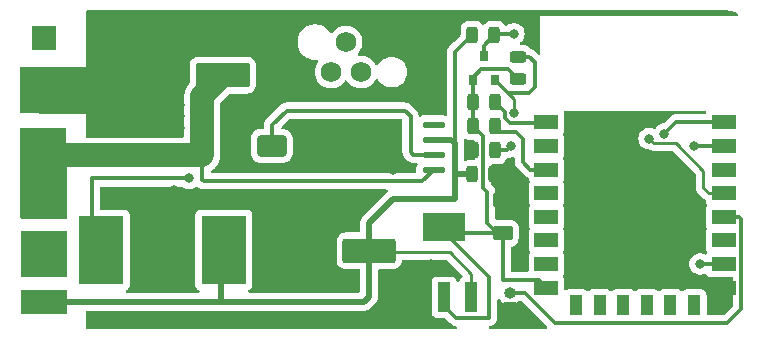
<source format=gbr>
%TF.GenerationSoftware,KiCad,Pcbnew,7.0.10*%
%TF.CreationDate,2025-01-28T16:46:30+01:00*%
%TF.ProjectId,LED_Wled,4c45445f-576c-4656-942e-6b696361645f,rev?*%
%TF.SameCoordinates,Original*%
%TF.FileFunction,Copper,L1,Top*%
%TF.FilePolarity,Positive*%
%FSLAX46Y46*%
G04 Gerber Fmt 4.6, Leading zero omitted, Abs format (unit mm)*
G04 Created by KiCad (PCBNEW 7.0.10) date 2025-01-28 16:46:30*
%MOMM*%
%LPD*%
G01*
G04 APERTURE LIST*
G04 Aperture macros list*
%AMRoundRect*
0 Rectangle with rounded corners*
0 $1 Rounding radius*
0 $2 $3 $4 $5 $6 $7 $8 $9 X,Y pos of 4 corners*
0 Add a 4 corners polygon primitive as box body*
4,1,4,$2,$3,$4,$5,$6,$7,$8,$9,$2,$3,0*
0 Add four circle primitives for the rounded corners*
1,1,$1+$1,$2,$3*
1,1,$1+$1,$4,$5*
1,1,$1+$1,$6,$7*
1,1,$1+$1,$8,$9*
0 Add four rect primitives between the rounded corners*
20,1,$1+$1,$2,$3,$4,$5,0*
20,1,$1+$1,$4,$5,$6,$7,0*
20,1,$1+$1,$6,$7,$8,$9,0*
20,1,$1+$1,$8,$9,$2,$3,0*%
G04 Aperture macros list end*
%TA.AperFunction,SMDPad,CuDef*%
%ADD10RoundRect,0.250000X-1.000000X-0.650000X1.000000X-0.650000X1.000000X0.650000X-1.000000X0.650000X0*%
%TD*%
%TA.AperFunction,ComponentPad*%
%ADD11C,1.750000*%
%TD*%
%TA.AperFunction,ComponentPad*%
%ADD12R,1.000000X1.000000*%
%TD*%
%TA.AperFunction,ComponentPad*%
%ADD13O,1.000000X1.000000*%
%TD*%
%TA.AperFunction,SMDPad,CuDef*%
%ADD14R,3.824003X5.820015*%
%TD*%
%TA.AperFunction,SMDPad,CuDef*%
%ADD15R,0.800000X0.900000*%
%TD*%
%TA.AperFunction,SMDPad,CuDef*%
%ADD16RoundRect,0.243750X-0.243750X-0.456250X0.243750X-0.456250X0.243750X0.456250X-0.243750X0.456250X0*%
%TD*%
%TA.AperFunction,SMDPad,CuDef*%
%ADD17RoundRect,0.243750X0.456250X-0.243750X0.456250X0.243750X-0.456250X0.243750X-0.456250X-0.243750X0*%
%TD*%
%TA.AperFunction,SMDPad,CuDef*%
%ADD18O,1.950216X0.568402*%
%TD*%
%TA.AperFunction,SMDPad,CuDef*%
%ADD19RoundRect,0.243750X0.243750X0.456250X-0.243750X0.456250X-0.243750X-0.456250X0.243750X-0.456250X0*%
%TD*%
%TA.AperFunction,SMDPad,CuDef*%
%ADD20R,1.100000X2.500000*%
%TD*%
%TA.AperFunction,SMDPad,CuDef*%
%ADD21R,3.600000X2.340005*%
%TD*%
%TA.AperFunction,SMDPad,CuDef*%
%ADD22RoundRect,0.250000X0.625000X-0.375000X0.625000X0.375000X-0.625000X0.375000X-0.625000X-0.375000X0*%
%TD*%
%TA.AperFunction,SMDPad,CuDef*%
%ADD23RoundRect,0.250001X2.049999X0.799999X-2.049999X0.799999X-2.049999X-0.799999X2.049999X-0.799999X0*%
%TD*%
%TA.AperFunction,SMDPad,CuDef*%
%ADD24RoundRect,0.250000X-0.375000X-0.625000X0.375000X-0.625000X0.375000X0.625000X-0.375000X0.625000X0*%
%TD*%
%TA.AperFunction,SMDPad,CuDef*%
%ADD25R,2.000000X1.200000*%
%TD*%
%TA.AperFunction,SMDPad,CuDef*%
%ADD26R,1.100000X1.700000*%
%TD*%
%TA.AperFunction,SMDPad,CuDef*%
%ADD27R,2.000000X2.000000*%
%TD*%
%TA.AperFunction,SMDPad,CuDef*%
%ADD28R,4.000000X4.000000*%
%TD*%
%TA.AperFunction,SMDPad,CuDef*%
%ADD29RoundRect,0.250001X1.999999X0.799999X-1.999999X0.799999X-1.999999X-0.799999X1.999999X-0.799999X0*%
%TD*%
%TA.AperFunction,TestPad*%
%ADD30R,4.000000X4.000000*%
%TD*%
%TA.AperFunction,TestPad*%
%ADD31R,4.000000X2.000000*%
%TD*%
%TA.AperFunction,ViaPad*%
%ADD32C,0.800000*%
%TD*%
%TA.AperFunction,Conductor*%
%ADD33C,2.000000*%
%TD*%
%TA.AperFunction,Conductor*%
%ADD34C,4.000000*%
%TD*%
%TA.AperFunction,Conductor*%
%ADD35C,0.350000*%
%TD*%
%TA.AperFunction,Conductor*%
%ADD36C,0.500000*%
%TD*%
%TA.AperFunction,Conductor*%
%ADD37C,0.250000*%
%TD*%
G04 APERTURE END LIST*
D10*
%TO.P,D1,1,K*%
%TO.N,Net-(D1-K)*%
X92750000Y-57500000D03*
%TO.P,D1,2,A*%
%TO.N,GND*%
X96750000Y-57500000D03*
%TD*%
D11*
%TO.P,J1,1,Pin_1*%
%TO.N,+3V3*%
X97770000Y-51245000D03*
%TO.P,J1,2,Pin_2*%
%TO.N,TXD*%
X99040000Y-48705000D03*
%TO.P,J1,3,Pin_3*%
%TO.N,RXD*%
X100310000Y-51245000D03*
%TO.P,J1,4,Pin_4*%
%TO.N,GND*%
X101580000Y-48705000D03*
%TD*%
D12*
%TO.P,BOOT1,1,A*%
%TO.N,GND*%
X112900000Y-71200000D03*
D13*
%TO.P,BOOT1,2,B*%
%TO.N,Net-(BOOT1-B)*%
X112900000Y-69930000D03*
%TD*%
D14*
%TO.P,L1,1,1*%
%TO.N,Net-(D1-K)*%
X78321946Y-66300000D03*
%TO.P,L1,2,2*%
%TO.N,+5V*%
X88678054Y-66300000D03*
%TD*%
D15*
%TO.P,Q1,1,G*%
%TO.N,+3V3*%
X109750000Y-51900000D03*
%TO.P,Q1,2,S*%
%TO.N,LED_OUT_LV*%
X111650000Y-51900000D03*
%TO.P,Q1,3,D*%
%TO.N,LED_OUT_HV*%
X110700000Y-49900000D03*
%TD*%
D16*
%TO.P,R1,1*%
%TO.N,+3V3*%
X109762500Y-55800000D03*
%TO.P,R1,2*%
%TO.N,Net-(U1-EN)*%
X111637500Y-55800000D03*
%TD*%
D17*
%TO.P,R4,1*%
%TO.N,+3V3*%
X113600000Y-51837500D03*
%TO.P,R4,2*%
%TO.N,LED_OUT_LV*%
X113600000Y-49962500D03*
%TD*%
D16*
%TO.P,R5,1*%
%TO.N,+5V*%
X109725000Y-48100000D03*
%TO.P,R5,2*%
%TO.N,LED_OUT_HV*%
X111600000Y-48100000D03*
%TD*%
D18*
%TO.P,U2,1,VIN*%
%TO.N,VIN*%
X106455105Y-59505004D03*
%TO.P,U2,2,OUTPUT*%
%TO.N,Net-(D1-K)*%
X106455105Y-58235001D03*
%TO.P,U2,3,FB*%
%TO.N,+5V*%
X106455105Y-56964999D03*
%TO.P,U2,4,ON/OFF*%
%TO.N,unconnected-(U2-ON{slash}OFF-Pad4)*%
X106455105Y-55694996D03*
%TO.P,U2,5,GND*%
%TO.N,GND*%
X101044895Y-55694996D03*
%TO.P,U2,6,GND*%
X101044895Y-56964999D03*
%TO.P,U2,7,GND*%
X101044895Y-58235001D03*
%TO.P,U2,8,GND*%
X101044895Y-59505004D03*
%TD*%
D19*
%TO.P,R2,1*%
%TO.N,Net-(U1-RESET)*%
X111637500Y-53750000D03*
%TO.P,R2,2*%
%TO.N,+3V3*%
X109762500Y-53750000D03*
%TD*%
D20*
%TO.P,U3,1,GND*%
%TO.N,GND*%
X105050025Y-70319952D03*
%TO.P,U3,2,VOUT*%
%TO.N,+3V3*%
X107350000Y-70319952D03*
%TO.P,U3,3,VIN*%
%TO.N,+5V*%
X109649975Y-70319952D03*
D21*
%TO.P,U3,4,VOUT*%
%TO.N,+3V3*%
X107350000Y-64380023D03*
%TD*%
D22*
%TO.P,C5,1*%
%TO.N,+3V3*%
X112300000Y-64900000D03*
%TO.P,C5,2*%
%TO.N,GND*%
X112300000Y-62100000D03*
%TD*%
D16*
%TO.P,C4,1*%
%TO.N,+5V*%
X109725000Y-59900000D03*
%TO.P,C4,2*%
%TO.N,GND*%
X111600000Y-59900000D03*
%TD*%
D23*
%TO.P,C2,1*%
%TO.N,VIN*%
X88600000Y-51500000D03*
%TO.P,C2,2*%
%TO.N,GND*%
X79800000Y-51500000D03*
%TD*%
D19*
%TO.P,R3,1*%
%TO.N,Net-(U1-IO15)*%
X111637500Y-57850000D03*
%TO.P,R3,2*%
%TO.N,GND*%
X109762500Y-57850000D03*
%TD*%
D24*
%TO.P,C3,1*%
%TO.N,VIN*%
X86850000Y-58300000D03*
%TO.P,C3,2*%
%TO.N,GND*%
X89650000Y-58300000D03*
%TD*%
D25*
%TO.P,U1,1,RESET*%
%TO.N,Net-(U1-RESET)*%
X116000000Y-55500000D03*
%TO.P,U1,2,ADC*%
%TO.N,unconnected-(U1-ADC-Pad2)*%
X116000000Y-57500000D03*
%TO.P,U1,3,EN*%
%TO.N,Net-(U1-EN)*%
X116000000Y-59500000D03*
%TO.P,U1,4,IO16*%
%TO.N,unconnected-(U1-IO16-Pad4)*%
X116000000Y-61500000D03*
%TO.P,U1,5,IO14*%
%TO.N,unconnected-(U1-IO14-Pad5)*%
X116000000Y-63500000D03*
%TO.P,U1,6,IO12*%
%TO.N,unconnected-(U1-IO12-Pad6)*%
X116000000Y-65500000D03*
%TO.P,U1,7,IO13*%
%TO.N,unconnected-(U1-IO13-Pad7)*%
X116000000Y-67500000D03*
%TO.P,U1,8,VCC*%
%TO.N,+3V3*%
X116000000Y-69500000D03*
D26*
%TO.P,U1,9,CS0*%
%TO.N,unconnected-(U1-CS0-Pad9)*%
X118500000Y-71000000D03*
%TO.P,U1,10,MISO*%
%TO.N,unconnected-(U1-MISO-Pad10)*%
X120500000Y-71000000D03*
%TO.P,U1,11,IO9*%
%TO.N,unconnected-(U1-IO9-Pad11)*%
X122500000Y-71000000D03*
%TO.P,U1,12,IO10*%
%TO.N,unconnected-(U1-IO10-Pad12)*%
X124500000Y-71000000D03*
%TO.P,U1,13,MOSI*%
%TO.N,unconnected-(U1-MOSI-Pad13)*%
X126500000Y-71000000D03*
%TO.P,U1,14,SCLK*%
%TO.N,unconnected-(U1-SCLK-Pad14)*%
X128500000Y-71000000D03*
D25*
%TO.P,U1,15,GND*%
%TO.N,GND*%
X131000000Y-69500000D03*
%TO.P,U1,16,IO15*%
%TO.N,Net-(U1-IO15)*%
X131000000Y-67500000D03*
%TO.P,U1,17,IO2*%
%TO.N,unconnected-(U1-IO2-Pad17)*%
X131000000Y-65500000D03*
%TO.P,U1,18,IO0*%
%TO.N,Net-(BOOT1-B)*%
X131000000Y-63500000D03*
%TO.P,U1,19,IO4*%
%TO.N,LED_OUT_LV*%
X131000000Y-61500000D03*
%TO.P,U1,20,IO5*%
%TO.N,unconnected-(U1-IO5-Pad20)*%
X131000000Y-59500000D03*
%TO.P,U1,21,RXD*%
%TO.N,RXD*%
X131000000Y-57500000D03*
%TO.P,U1,22,TXD*%
%TO.N,TXD*%
X131000000Y-55500000D03*
%TD*%
D27*
%TO.P,J3,1,Pin_1*%
%TO.N,LED_OUT_HV*%
X73475000Y-48325000D03*
%TD*%
D28*
%TO.P,J2,1,Pin_1*%
%TO.N,VIN*%
X73400000Y-57950000D03*
%TD*%
D29*
%TO.P,C1,1*%
%TO.N,+5V*%
X101000000Y-66375000D03*
%TO.P,C1,2*%
%TO.N,GND*%
X93800000Y-66375000D03*
%TD*%
D28*
%TO.P,J4,1,Pin_1*%
%TO.N,GND*%
X73400000Y-52775000D03*
%TD*%
D30*
%TO.P,JP1,1,A*%
%TO.N,VIN_S*%
X73450000Y-66675000D03*
D31*
%TO.P,JP1,2,C*%
%TO.N,VIN*%
X73450000Y-62675000D03*
%TO.P,JP1,3,B*%
%TO.N,+5V*%
X73450000Y-70675000D03*
%TD*%
D32*
%TO.N,GND*%
X96500000Y-56250000D03*
X123500000Y-63500000D03*
X92000000Y-47000000D03*
X127500000Y-61500000D03*
X96500000Y-58750000D03*
X83000000Y-52000000D03*
X84000000Y-53000000D03*
X102750000Y-70500000D03*
X85000000Y-56000000D03*
X127500000Y-63500000D03*
X83000000Y-62000000D03*
X98600000Y-58750000D03*
X119500000Y-59500000D03*
X119500000Y-61500000D03*
X114000000Y-61500000D03*
X109750000Y-57750000D03*
X103000000Y-59500000D03*
X84000000Y-54000000D03*
X84000000Y-52000000D03*
X103500000Y-68750000D03*
X81500000Y-65500000D03*
X106250000Y-67500000D03*
X79900000Y-55100000D03*
X81500000Y-67500000D03*
X83000000Y-55000000D03*
X84000000Y-56000000D03*
X84500000Y-61250000D03*
X127500000Y-65500000D03*
X114000000Y-65500000D03*
X91500000Y-63500000D03*
X98600000Y-56300000D03*
X83000000Y-54000000D03*
X97000000Y-63500000D03*
X91500000Y-67500000D03*
X81500000Y-63500000D03*
X94725000Y-58725000D03*
X85000000Y-54000000D03*
X123500000Y-61500000D03*
X119500000Y-67500000D03*
X84000000Y-55000000D03*
X85000000Y-55000000D03*
X79900000Y-56100000D03*
X94725000Y-56275000D03*
X123500000Y-67500000D03*
X123500000Y-59500000D03*
X98000000Y-69250000D03*
X97000000Y-65500000D03*
X91500000Y-65500000D03*
X113000000Y-59500000D03*
X83000000Y-56000000D03*
X94500000Y-65500000D03*
X83000000Y-53000000D03*
X103000000Y-57000000D03*
X85000000Y-52000000D03*
X127500000Y-59500000D03*
X103750000Y-70250000D03*
X123500000Y-65500000D03*
X114000000Y-67500000D03*
X94500000Y-67500000D03*
X119500000Y-63500000D03*
X103000000Y-58250000D03*
X119500000Y-65500000D03*
X127500000Y-67500000D03*
X79900000Y-54100000D03*
X94750000Y-68750000D03*
X94500000Y-63500000D03*
X85000000Y-53000000D03*
X114000000Y-63500000D03*
X104750000Y-67750000D03*
X90000000Y-47000000D03*
X103000000Y-55750000D03*
%TO.N,+3V3*%
X109762500Y-55800000D03*
%TO.N,RXD*%
X128500000Y-57500000D03*
%TO.N,TXD*%
X126000000Y-56500000D03*
%TO.N,Net-(D1-K)*%
X92750000Y-57500000D03*
X85750000Y-60250000D03*
%TO.N,LED_OUT_HV*%
X113250000Y-48000000D03*
X73475000Y-48325000D03*
%TO.N,LED_OUT_LV*%
X113249958Y-54746943D03*
X124701260Y-56875032D03*
%TO.N,Net-(U1-IO15)*%
X129000000Y-67500000D03*
X113000000Y-57500000D03*
%TD*%
D33*
%TO.N,GND*%
X79900000Y-54100000D02*
X79900000Y-52200000D01*
X79900000Y-55100000D02*
X79900000Y-54100000D01*
D34*
X73400000Y-52775000D02*
X79325000Y-52775000D01*
D35*
X109762500Y-57762500D02*
X109750000Y-57750000D01*
D34*
X79325000Y-52775000D02*
X79900000Y-52200000D01*
D35*
X109762500Y-57850000D02*
X109762500Y-57762500D01*
%TO.N,+3V3*%
X110625010Y-56662510D02*
X110625010Y-61020008D01*
X108380048Y-72050000D02*
X107350000Y-71019952D01*
X110625010Y-61020008D02*
X111000000Y-61394998D01*
X109750000Y-51750000D02*
X110500000Y-51000000D01*
X112762500Y-51000000D02*
X113600000Y-51837500D01*
X110500000Y-51000000D02*
X112762500Y-51000000D01*
X115350000Y-68850000D02*
X116000000Y-69500000D01*
X112300000Y-64900000D02*
X112300000Y-68800000D01*
X109762500Y-55800000D02*
X110625010Y-56662510D01*
X111000000Y-64050000D02*
X111850000Y-64900000D01*
X111850000Y-64900000D02*
X112300000Y-64900000D01*
X111000000Y-61394998D02*
X111000000Y-64050000D01*
X107350000Y-71019952D02*
X107350000Y-70319952D01*
X107350000Y-64825000D02*
X111150000Y-68625000D01*
X109750000Y-51900000D02*
X109750000Y-51750000D01*
X111150000Y-68625000D02*
X111150000Y-72050000D01*
X109750000Y-55787500D02*
X109762500Y-55800000D01*
X107350000Y-64380023D02*
X107350000Y-64825000D01*
X112300000Y-64900000D02*
X107869977Y-64900000D01*
X112350000Y-68850000D02*
X115350000Y-68850000D01*
X111150000Y-72050000D02*
X108380048Y-72050000D01*
X109750000Y-51900000D02*
X109750000Y-55787500D01*
X107869977Y-64900000D02*
X107350000Y-64380023D01*
X112300000Y-68800000D02*
X112350000Y-68850000D01*
D33*
%TO.N,VIN*%
X73400000Y-62625000D02*
X73450000Y-62675000D01*
X86850000Y-58300000D02*
X73750000Y-58300000D01*
D35*
X107225000Y-59505000D02*
X106455109Y-59505000D01*
X86850000Y-60350000D02*
X86850000Y-58300000D01*
D33*
X73750000Y-58300000D02*
X73400000Y-57950000D01*
X88600000Y-51500000D02*
X86850000Y-53250000D01*
X86850000Y-53250000D02*
X86850000Y-58300000D01*
D35*
X105460109Y-60500000D02*
X87000000Y-60500000D01*
X106455109Y-59505000D02*
X105460109Y-60500000D01*
X87000000Y-60500000D02*
X86850000Y-60350000D01*
%TO.N,RXD*%
X128500000Y-57500000D02*
X131000000Y-57500000D01*
%TO.N,TXD*%
X126000000Y-56500000D02*
X127000000Y-55500000D01*
X127000000Y-55500000D02*
X131000000Y-55500000D01*
%TO.N,Net-(BOOT1-B)*%
X112900000Y-69930000D02*
X114154998Y-69930000D01*
X116724998Y-72500000D02*
X131300000Y-72500000D01*
X131300000Y-72500000D02*
X132500000Y-71300000D01*
X114154998Y-69930000D02*
X116724998Y-72500000D01*
X132350000Y-63500000D02*
X131000000Y-63500000D01*
X132500000Y-63650000D02*
X132350000Y-63500000D01*
X132500000Y-71300000D02*
X132500000Y-63650000D01*
%TO.N,Net-(D1-K)*%
X94000000Y-54500000D02*
X104000000Y-54500000D01*
X92750000Y-57500000D02*
X92750000Y-55750000D01*
X85750000Y-60250000D02*
X77500000Y-60250000D01*
X104735000Y-58235000D02*
X107225000Y-58235000D01*
X77500000Y-65150000D02*
X78050000Y-65700000D01*
X104500000Y-58000000D02*
X104735000Y-58235000D01*
X77500000Y-60250000D02*
X77500000Y-65150000D01*
X104500000Y-55000000D02*
X104500000Y-58000000D01*
X104000000Y-54500000D02*
X104500000Y-55000000D01*
X92750000Y-55750000D02*
X94000000Y-54500000D01*
D36*
%TO.N,+5V*%
X101000000Y-66375000D02*
X101000000Y-64000000D01*
X88450000Y-70475000D02*
X88450000Y-66300000D01*
D35*
X109725000Y-60275000D02*
X109725000Y-59900000D01*
D36*
X88250000Y-70675000D02*
X88450000Y-70475000D01*
X108250000Y-59750000D02*
X108250000Y-57250000D01*
D35*
X108250000Y-49575000D02*
X108250000Y-57250000D01*
D37*
X109649975Y-70319952D02*
X109649975Y-68299975D01*
D36*
X101000000Y-66375000D02*
X101000000Y-70250000D01*
X109725000Y-59900000D02*
X108400000Y-59900000D01*
X107964999Y-56964999D02*
X106455105Y-56964999D01*
X73450000Y-70675000D02*
X88250000Y-70675000D01*
X103000000Y-62000000D02*
X108250000Y-62000000D01*
D37*
X107850000Y-66500000D02*
X100750000Y-66500000D01*
D36*
X101000000Y-64000000D02*
X103000000Y-62000000D01*
D35*
X109725000Y-48100000D02*
X108250000Y-49575000D01*
D36*
X101000000Y-70250000D02*
X100575000Y-70675000D01*
D37*
X109649975Y-68299975D02*
X107850000Y-66500000D01*
D36*
X108250000Y-62000000D02*
X108250000Y-59750000D01*
X108250000Y-57250000D02*
X107964999Y-56964999D01*
X108400000Y-59900000D02*
X108250000Y-59750000D01*
X100575000Y-70675000D02*
X73450000Y-70675000D01*
D35*
%TO.N,LED_OUT_HV*%
X110700000Y-49000000D02*
X111600000Y-48100000D01*
X110700000Y-49900000D02*
X110700000Y-49000000D01*
X113250000Y-48000000D02*
X111700000Y-48000000D01*
X111700000Y-48000000D02*
X111600000Y-48100000D01*
D37*
%TO.N,LED_OUT_LV*%
X126975031Y-57275031D02*
X125101259Y-57275031D01*
X129286501Y-59586501D02*
X126975031Y-57275031D01*
D35*
X114500000Y-53000000D02*
X115000000Y-52500000D01*
X115000000Y-50431250D02*
X114531250Y-49962500D01*
D37*
X129286501Y-61036501D02*
X129286501Y-59586501D01*
X112750000Y-53000000D02*
X113249958Y-53499958D01*
X131000000Y-61500000D02*
X129750000Y-61500000D01*
X125101259Y-57275031D02*
X124701260Y-56875032D01*
X129750000Y-61500000D02*
X129286501Y-61036501D01*
D35*
X114531250Y-49962500D02*
X113600000Y-49962500D01*
X111650000Y-51900000D02*
X112750000Y-53000000D01*
X112750000Y-53000000D02*
X114500000Y-53000000D01*
D37*
X113249958Y-53499958D02*
X113249958Y-54746943D01*
D35*
X115000000Y-52500000D02*
X115000000Y-50431250D01*
%TO.N,Net-(U1-EN)*%
X111637500Y-55800000D02*
X112123027Y-56285527D01*
X114650000Y-59500000D02*
X116000000Y-59500000D01*
X113413716Y-56285527D02*
X114000000Y-56871811D01*
X114000000Y-58850000D02*
X114650000Y-59500000D01*
X112123027Y-56285527D02*
X113413716Y-56285527D01*
X114000000Y-56871811D02*
X114000000Y-58850000D01*
%TO.N,Net-(U1-RESET)*%
X112474956Y-55118945D02*
X112877956Y-55521945D01*
X112877956Y-55521945D02*
X115978055Y-55521945D01*
X115978055Y-55521945D02*
X116000000Y-55500000D01*
X112474956Y-54587456D02*
X112474956Y-55118945D01*
X111637500Y-53750000D02*
X112474956Y-54587456D01*
%TO.N,Net-(U1-IO15)*%
X112650000Y-57850000D02*
X113000000Y-57500000D01*
X111637500Y-57850000D02*
X112650000Y-57850000D01*
X129000000Y-67500000D02*
X131000000Y-67500000D01*
%TD*%
%TA.AperFunction,Conductor*%
%TO.N,GND*%
G36*
X112042012Y-70477097D02*
G01*
X112056899Y-70492387D01*
X112057404Y-70493002D01*
X112057405Y-70493004D01*
X112183432Y-70646568D01*
X112336996Y-70772595D01*
X112512196Y-70866241D01*
X112702299Y-70923908D01*
X112702303Y-70923908D01*
X112702305Y-70923909D01*
X112899997Y-70943380D01*
X112900000Y-70943380D01*
X112900003Y-70943380D01*
X113097694Y-70923909D01*
X113097695Y-70923908D01*
X113097701Y-70923908D01*
X113287804Y-70866241D01*
X113463004Y-70772595D01*
X113616568Y-70646568D01*
X113616568Y-70646567D01*
X113621353Y-70642641D01*
X113623085Y-70644751D01*
X113675044Y-70616379D01*
X113701827Y-70613500D01*
X113819693Y-70613500D01*
X113887814Y-70633502D01*
X113908788Y-70650405D01*
X116027115Y-72768732D01*
X116061141Y-72831044D01*
X116056076Y-72901859D01*
X116013529Y-72958695D01*
X115947009Y-72983506D01*
X115937993Y-72983827D01*
X111259056Y-72982839D01*
X111190940Y-72962823D01*
X111144458Y-72909157D01*
X111134369Y-72838881D01*
X111163876Y-72774306D01*
X111223610Y-72735935D01*
X111228929Y-72734500D01*
X111232986Y-72733500D01*
X111232992Y-72733500D01*
X111266046Y-72725352D01*
X111280983Y-72722615D01*
X111314774Y-72718513D01*
X111346604Y-72706440D01*
X111361102Y-72701922D01*
X111394153Y-72693777D01*
X111424285Y-72677961D01*
X111438144Y-72671723D01*
X111469971Y-72659654D01*
X111497970Y-72640326D01*
X111510987Y-72632457D01*
X111541124Y-72616641D01*
X111566599Y-72594071D01*
X111578558Y-72584702D01*
X111606573Y-72565365D01*
X111629136Y-72539894D01*
X111639894Y-72529136D01*
X111665365Y-72506573D01*
X111684702Y-72478558D01*
X111694075Y-72466595D01*
X111716641Y-72441124D01*
X111732457Y-72410987D01*
X111740326Y-72397970D01*
X111759654Y-72369971D01*
X111771723Y-72338144D01*
X111777963Y-72324283D01*
X111793775Y-72294156D01*
X111793776Y-72294154D01*
X111793777Y-72294153D01*
X111801922Y-72261102D01*
X111806440Y-72246604D01*
X111818513Y-72214774D01*
X111822615Y-72180983D01*
X111825354Y-72166036D01*
X111833500Y-72132992D01*
X111833500Y-71967008D01*
X111833500Y-70572321D01*
X111853502Y-70504200D01*
X111907158Y-70457707D01*
X111977432Y-70447603D01*
X112042012Y-70477097D01*
G37*
%TD.AperFunction*%
%TA.AperFunction,Conductor*%
G36*
X107603527Y-67153502D02*
G01*
X107624501Y-67170405D01*
X108876656Y-68422560D01*
X108910682Y-68484872D01*
X108905617Y-68555687D01*
X108863070Y-68612523D01*
X108859083Y-68615085D01*
X108736713Y-68706690D01*
X108649087Y-68823744D01*
X108649086Y-68823747D01*
X108618042Y-68906978D01*
X108575495Y-68963813D01*
X108508974Y-68988623D01*
X108439600Y-68973531D01*
X108389399Y-68923328D01*
X108381937Y-68906990D01*
X108350889Y-68823748D01*
X108350886Y-68823744D01*
X108350886Y-68823743D01*
X108263261Y-68706690D01*
X108146207Y-68619064D01*
X108146202Y-68619062D01*
X108009204Y-68567963D01*
X108009196Y-68567961D01*
X107948649Y-68561452D01*
X107948638Y-68561452D01*
X106751362Y-68561452D01*
X106751350Y-68561452D01*
X106690803Y-68567961D01*
X106690795Y-68567963D01*
X106553797Y-68619062D01*
X106553792Y-68619064D01*
X106436738Y-68706690D01*
X106349112Y-68823744D01*
X106349110Y-68823749D01*
X106298011Y-68960747D01*
X106298009Y-68960755D01*
X106291500Y-69021302D01*
X106291500Y-71618601D01*
X106298009Y-71679148D01*
X106298011Y-71679156D01*
X106349110Y-71816154D01*
X106349112Y-71816159D01*
X106436738Y-71933213D01*
X106553792Y-72020839D01*
X106553794Y-72020840D01*
X106553796Y-72020841D01*
X106612875Y-72042876D01*
X106690795Y-72071940D01*
X106690803Y-72071942D01*
X106751350Y-72078451D01*
X106751355Y-72078451D01*
X106751362Y-72078452D01*
X107389695Y-72078452D01*
X107457816Y-72098454D01*
X107478790Y-72115357D01*
X107879435Y-72516002D01*
X107884652Y-72521543D01*
X107923475Y-72565365D01*
X107923476Y-72565366D01*
X107971640Y-72598611D01*
X107977770Y-72603122D01*
X108023848Y-72639222D01*
X108023850Y-72639223D01*
X108032451Y-72643094D01*
X108052316Y-72654297D01*
X108060078Y-72659655D01*
X108114809Y-72680411D01*
X108121832Y-72683319D01*
X108175211Y-72707344D01*
X108184483Y-72709043D01*
X108206450Y-72715166D01*
X108215274Y-72718513D01*
X108273401Y-72725570D01*
X108280891Y-72726710D01*
X108311260Y-72732276D01*
X108374659Y-72764230D01*
X108410718Y-72825387D01*
X108407989Y-72896331D01*
X108367338Y-72954538D01*
X108301671Y-72981527D01*
X108288520Y-72982212D01*
X77125973Y-72975634D01*
X77057857Y-72955618D01*
X77011375Y-72901952D01*
X77000000Y-72849634D01*
X77000000Y-71559500D01*
X77020002Y-71491379D01*
X77073658Y-71444886D01*
X77126000Y-71433500D01*
X88185559Y-71433500D01*
X88203819Y-71434830D01*
X88209489Y-71435660D01*
X88227789Y-71438341D01*
X88277646Y-71433978D01*
X88288627Y-71433500D01*
X100510559Y-71433500D01*
X100528819Y-71434830D01*
X100534489Y-71435660D01*
X100552789Y-71438341D01*
X100602646Y-71433978D01*
X100613627Y-71433500D01*
X100619175Y-71433500D01*
X100619180Y-71433500D01*
X100650287Y-71429863D01*
X100653889Y-71429495D01*
X100729426Y-71422887D01*
X100729430Y-71422885D01*
X100736618Y-71421402D01*
X100736631Y-71421468D01*
X100743987Y-71419836D01*
X100743972Y-71419771D01*
X100751102Y-71418080D01*
X100751113Y-71418079D01*
X100822400Y-71392132D01*
X100825769Y-71390961D01*
X100897738Y-71367114D01*
X100897747Y-71367108D01*
X100904389Y-71364012D01*
X100904418Y-71364074D01*
X100911203Y-71360789D01*
X100911173Y-71360729D01*
X100917724Y-71357437D01*
X100917732Y-71357435D01*
X100981091Y-71315761D01*
X100984161Y-71313806D01*
X100985416Y-71313032D01*
X101048651Y-71274030D01*
X101048659Y-71274021D01*
X101054408Y-71269477D01*
X101054450Y-71269531D01*
X101060289Y-71264775D01*
X101060246Y-71264723D01*
X101065864Y-71260007D01*
X101065874Y-71260001D01*
X101117961Y-71204790D01*
X101120448Y-71202231D01*
X101490778Y-70831901D01*
X101504617Y-70819941D01*
X101524058Y-70805469D01*
X101556227Y-70767130D01*
X101563645Y-70759034D01*
X101567581Y-70755100D01*
X101587025Y-70730507D01*
X101589265Y-70727757D01*
X101638032Y-70669640D01*
X101638033Y-70669636D01*
X101638036Y-70669634D01*
X101642070Y-70663502D01*
X101642127Y-70663539D01*
X101646171Y-70657191D01*
X101646112Y-70657155D01*
X101649965Y-70650907D01*
X101649967Y-70650905D01*
X101682035Y-70582132D01*
X101683557Y-70578989D01*
X101717609Y-70511188D01*
X101717609Y-70511184D01*
X101717611Y-70511182D01*
X101720119Y-70504291D01*
X101720184Y-70504314D01*
X101722658Y-70497197D01*
X101722594Y-70497176D01*
X101724903Y-70490207D01*
X101740238Y-70415936D01*
X101741022Y-70412397D01*
X101758500Y-70338656D01*
X101758500Y-70338655D01*
X101759352Y-70331368D01*
X101759419Y-70331375D01*
X101760185Y-70323877D01*
X101760119Y-70323872D01*
X101760757Y-70316565D01*
X101760759Y-70316558D01*
X101758553Y-70240740D01*
X101758500Y-70237076D01*
X101758500Y-68059500D01*
X101778502Y-67991379D01*
X101832158Y-67944886D01*
X101884500Y-67933500D01*
X103050552Y-67933500D01*
X103119798Y-67926424D01*
X103154425Y-67922887D01*
X103322738Y-67867115D01*
X103473651Y-67774030D01*
X103599030Y-67648651D01*
X103692115Y-67497738D01*
X103747887Y-67329425D01*
X103751039Y-67298567D01*
X103756340Y-67246693D01*
X103783162Y-67180958D01*
X103841266Y-67140160D01*
X103881687Y-67133500D01*
X107535406Y-67133500D01*
X107603527Y-67153502D01*
G37*
%TD.AperFunction*%
%TA.AperFunction,Conductor*%
G36*
X129493121Y-54520002D02*
G01*
X129539614Y-54573658D01*
X129549718Y-54643932D01*
X129543056Y-54670029D01*
X129522324Y-54725615D01*
X129518997Y-54734534D01*
X129476450Y-54791369D01*
X129409929Y-54816179D01*
X129400942Y-54816500D01*
X127024459Y-54816500D01*
X127016852Y-54816270D01*
X126958425Y-54812735D01*
X126900858Y-54823285D01*
X126893336Y-54824430D01*
X126835230Y-54831485D01*
X126830381Y-54833324D01*
X126826397Y-54834835D01*
X126804440Y-54840955D01*
X126799862Y-54841794D01*
X126795162Y-54842656D01*
X126741788Y-54866677D01*
X126734760Y-54869588D01*
X126680030Y-54890345D01*
X126680025Y-54890347D01*
X126672255Y-54895710D01*
X126652408Y-54906903D01*
X126643807Y-54910774D01*
X126643803Y-54910776D01*
X126643803Y-54910777D01*
X126607351Y-54939335D01*
X126597724Y-54946877D01*
X126591597Y-54951385D01*
X126543425Y-54984636D01*
X126504612Y-55028446D01*
X126499397Y-55033986D01*
X125977825Y-55555559D01*
X125915512Y-55589584D01*
X125907343Y-55590898D01*
X125717711Y-55631206D01*
X125543247Y-55708882D01*
X125388744Y-55821135D01*
X125260965Y-55963048D01*
X125260961Y-55963055D01*
X125241123Y-55997414D01*
X125189739Y-56046406D01*
X125120025Y-56059840D01*
X125080758Y-56049518D01*
X124983548Y-56006238D01*
X124796747Y-55966532D01*
X124605773Y-55966532D01*
X124418971Y-56006238D01*
X124244507Y-56083914D01*
X124090004Y-56196167D01*
X123962225Y-56338080D01*
X123962218Y-56338090D01*
X123866736Y-56503470D01*
X123866733Y-56503476D01*
X123856602Y-56534656D01*
X123807717Y-56685104D01*
X123787756Y-56875032D01*
X123807717Y-57064959D01*
X123830313Y-57134499D01*
X123866733Y-57246588D01*
X123881529Y-57272216D01*
X123962218Y-57411973D01*
X123962225Y-57411983D01*
X124090004Y-57553896D01*
X124090007Y-57553898D01*
X124244508Y-57666150D01*
X124418972Y-57743826D01*
X124605773Y-57783532D01*
X124678880Y-57783532D01*
X124739566Y-57799109D01*
X124743675Y-57801368D01*
X124760212Y-57812229D01*
X124776218Y-57824645D01*
X124816801Y-57842206D01*
X124827452Y-57847424D01*
X124866199Y-57868726D01*
X124866207Y-57868728D01*
X124885817Y-57873763D01*
X124904526Y-57880168D01*
X124923114Y-57888212D01*
X124966789Y-57895129D01*
X124978400Y-57897533D01*
X125021229Y-57908531D01*
X125041483Y-57908531D01*
X125061193Y-57910082D01*
X125063400Y-57910431D01*
X125081202Y-57913251D01*
X125125220Y-57909089D01*
X125137078Y-57908531D01*
X126660437Y-57908531D01*
X126728558Y-57928533D01*
X126749532Y-57945436D01*
X128616096Y-59812000D01*
X128650122Y-59874312D01*
X128653001Y-59901095D01*
X128653001Y-60952647D01*
X128651252Y-60968489D01*
X128651545Y-60968517D01*
X128650799Y-60976408D01*
X128652939Y-61044485D01*
X128653001Y-61048444D01*
X128653001Y-61076352D01*
X128653002Y-61076370D01*
X128653508Y-61080378D01*
X128654438Y-61092197D01*
X128655827Y-61136389D01*
X128655828Y-61136394D01*
X128661478Y-61155840D01*
X128665487Y-61175198D01*
X128668026Y-61195294D01*
X128668027Y-61195301D01*
X128684301Y-61236404D01*
X128688145Y-61247630D01*
X128700483Y-61290094D01*
X128710795Y-61307532D01*
X128719489Y-61325280D01*
X128726945Y-61344110D01*
X128726951Y-61344121D01*
X128752933Y-61379882D01*
X128759450Y-61389802D01*
X128781959Y-61427863D01*
X128781960Y-61427864D01*
X128781962Y-61427867D01*
X128796280Y-61442185D01*
X128809118Y-61457215D01*
X128821027Y-61473605D01*
X128821031Y-61473610D01*
X128855099Y-61501793D01*
X128863879Y-61509783D01*
X129242753Y-61888657D01*
X129252720Y-61901097D01*
X129252947Y-61900910D01*
X129257999Y-61907017D01*
X129307666Y-61953657D01*
X129310510Y-61956414D01*
X129330230Y-61976134D01*
X129333416Y-61978605D01*
X129342447Y-61986318D01*
X129374678Y-62016585D01*
X129374682Y-62016588D01*
X129392430Y-62026345D01*
X129408957Y-62037201D01*
X129424953Y-62049609D01*
X129424955Y-62049610D01*
X129424960Y-62049614D01*
X129424965Y-62049616D01*
X129430255Y-62052744D01*
X129478711Y-62104633D01*
X129491402Y-62147734D01*
X129498009Y-62209196D01*
X129498011Y-62209204D01*
X129549110Y-62346202D01*
X129549113Y-62346207D01*
X129607715Y-62424491D01*
X129632526Y-62491011D01*
X129617434Y-62560386D01*
X129607715Y-62575509D01*
X129549113Y-62653792D01*
X129549110Y-62653797D01*
X129498011Y-62790795D01*
X129498009Y-62790803D01*
X129491500Y-62851350D01*
X129491500Y-64148649D01*
X129498009Y-64209196D01*
X129498011Y-64209204D01*
X129549110Y-64346202D01*
X129549113Y-64346207D01*
X129607715Y-64424491D01*
X129632526Y-64491011D01*
X129617434Y-64560386D01*
X129607715Y-64575509D01*
X129549113Y-64653792D01*
X129549110Y-64653797D01*
X129498011Y-64790795D01*
X129498009Y-64790803D01*
X129491500Y-64851350D01*
X129491500Y-66148649D01*
X129498009Y-66209196D01*
X129498011Y-66209204D01*
X129549110Y-66346202D01*
X129549113Y-66346207D01*
X129607715Y-66424491D01*
X129632526Y-66491011D01*
X129617434Y-66560386D01*
X129607715Y-66575509D01*
X129555353Y-66645457D01*
X129498518Y-66688003D01*
X129427702Y-66693069D01*
X129403237Y-66685055D01*
X129282290Y-66631206D01*
X129095487Y-66591500D01*
X128904513Y-66591500D01*
X128717711Y-66631206D01*
X128543247Y-66708882D01*
X128388744Y-66821135D01*
X128260965Y-66963048D01*
X128260958Y-66963058D01*
X128165476Y-67128438D01*
X128165473Y-67128445D01*
X128106457Y-67310072D01*
X128086496Y-67500000D01*
X128106457Y-67689927D01*
X128133783Y-67774024D01*
X128165473Y-67871556D01*
X128165476Y-67871561D01*
X128260958Y-68036941D01*
X128260965Y-68036951D01*
X128388744Y-68178864D01*
X128449999Y-68223368D01*
X128543248Y-68291118D01*
X128717712Y-68368794D01*
X128904513Y-68408500D01*
X129095487Y-68408500D01*
X129282288Y-68368794D01*
X129282288Y-68368793D01*
X129282292Y-68368793D01*
X129403235Y-68314945D01*
X129473601Y-68305510D01*
X129537899Y-68335616D01*
X129555352Y-68354542D01*
X129636738Y-68463261D01*
X129753792Y-68550887D01*
X129753794Y-68550888D01*
X129753796Y-68550889D01*
X129799573Y-68567963D01*
X129890795Y-68601988D01*
X129890803Y-68601990D01*
X129951350Y-68608499D01*
X129951355Y-68608499D01*
X129951362Y-68608500D01*
X131690500Y-68608500D01*
X131758621Y-68628502D01*
X131805114Y-68682158D01*
X131816500Y-68734500D01*
X131816500Y-70964695D01*
X131796498Y-71032816D01*
X131779595Y-71053790D01*
X131053790Y-71779595D01*
X130991478Y-71813621D01*
X130964695Y-71816500D01*
X129684500Y-71816500D01*
X129616379Y-71796498D01*
X129569886Y-71742842D01*
X129558500Y-71690500D01*
X129558500Y-70101367D01*
X129558499Y-70101350D01*
X129551990Y-70040803D01*
X129551988Y-70040795D01*
X129511379Y-69931921D01*
X129500889Y-69903796D01*
X129500888Y-69903794D01*
X129500887Y-69903792D01*
X129413261Y-69786738D01*
X129296207Y-69699112D01*
X129296202Y-69699110D01*
X129159204Y-69648011D01*
X129159196Y-69648009D01*
X129098649Y-69641500D01*
X129098638Y-69641500D01*
X127901362Y-69641500D01*
X127901350Y-69641500D01*
X127840803Y-69648009D01*
X127840795Y-69648011D01*
X127703797Y-69699110D01*
X127703792Y-69699112D01*
X127579525Y-69792139D01*
X127578179Y-69790342D01*
X127526783Y-69818408D01*
X127455968Y-69813343D01*
X127421287Y-69791054D01*
X127420475Y-69792139D01*
X127296207Y-69699112D01*
X127296202Y-69699110D01*
X127159204Y-69648011D01*
X127159196Y-69648009D01*
X127098649Y-69641500D01*
X127098638Y-69641500D01*
X125901362Y-69641500D01*
X125901350Y-69641500D01*
X125840803Y-69648009D01*
X125840795Y-69648011D01*
X125703797Y-69699110D01*
X125703792Y-69699112D01*
X125579525Y-69792139D01*
X125578179Y-69790342D01*
X125526783Y-69818408D01*
X125455968Y-69813343D01*
X125421287Y-69791054D01*
X125420475Y-69792139D01*
X125296207Y-69699112D01*
X125296202Y-69699110D01*
X125159204Y-69648011D01*
X125159196Y-69648009D01*
X125098649Y-69641500D01*
X125098638Y-69641500D01*
X123901362Y-69641500D01*
X123901350Y-69641500D01*
X123840803Y-69648009D01*
X123840795Y-69648011D01*
X123703797Y-69699110D01*
X123703792Y-69699112D01*
X123579525Y-69792139D01*
X123578179Y-69790342D01*
X123526783Y-69818408D01*
X123455968Y-69813343D01*
X123421287Y-69791054D01*
X123420475Y-69792139D01*
X123296207Y-69699112D01*
X123296202Y-69699110D01*
X123159204Y-69648011D01*
X123159196Y-69648009D01*
X123098649Y-69641500D01*
X123098638Y-69641500D01*
X121901362Y-69641500D01*
X121901350Y-69641500D01*
X121840803Y-69648009D01*
X121840795Y-69648011D01*
X121703797Y-69699110D01*
X121703792Y-69699112D01*
X121579525Y-69792139D01*
X121578179Y-69790342D01*
X121526783Y-69818408D01*
X121455968Y-69813343D01*
X121421287Y-69791054D01*
X121420475Y-69792139D01*
X121296207Y-69699112D01*
X121296202Y-69699110D01*
X121159204Y-69648011D01*
X121159196Y-69648009D01*
X121098649Y-69641500D01*
X121098638Y-69641500D01*
X119901362Y-69641500D01*
X119901350Y-69641500D01*
X119840803Y-69648009D01*
X119840795Y-69648011D01*
X119703797Y-69699110D01*
X119703792Y-69699112D01*
X119579525Y-69792139D01*
X119578179Y-69790342D01*
X119526783Y-69818408D01*
X119455968Y-69813343D01*
X119421287Y-69791054D01*
X119420475Y-69792139D01*
X119296207Y-69699112D01*
X119296202Y-69699110D01*
X119159204Y-69648011D01*
X119159196Y-69648009D01*
X119098649Y-69641500D01*
X119098638Y-69641500D01*
X117901362Y-69641500D01*
X117901350Y-69641500D01*
X117840803Y-69648009D01*
X117840795Y-69648011D01*
X117703797Y-69699110D01*
X117695882Y-69703432D01*
X117694204Y-69700358D01*
X117643461Y-69719272D01*
X117574091Y-69704165D01*
X117523899Y-69653952D01*
X117508500Y-69593591D01*
X117508500Y-68851367D01*
X117508499Y-68851350D01*
X117501990Y-68790803D01*
X117501988Y-68790795D01*
X117470618Y-68706690D01*
X117450889Y-68653796D01*
X117392283Y-68575508D01*
X117367473Y-68508989D01*
X117382564Y-68439615D01*
X117392279Y-68424496D01*
X117450889Y-68346204D01*
X117501989Y-68209201D01*
X117505251Y-68178866D01*
X117508499Y-68148649D01*
X117508500Y-68148632D01*
X117508500Y-66851367D01*
X117508499Y-66851350D01*
X117501990Y-66790803D01*
X117501988Y-66790795D01*
X117450889Y-66653797D01*
X117450889Y-66653796D01*
X117433978Y-66631206D01*
X117392283Y-66575508D01*
X117367473Y-66508989D01*
X117382564Y-66439615D01*
X117392279Y-66424496D01*
X117450889Y-66346204D01*
X117501989Y-66209201D01*
X117508500Y-66148638D01*
X117508500Y-64851362D01*
X117505893Y-64827112D01*
X117501990Y-64790803D01*
X117501988Y-64790795D01*
X117450889Y-64653797D01*
X117450889Y-64653796D01*
X117450886Y-64653792D01*
X117392283Y-64575508D01*
X117367473Y-64508989D01*
X117382564Y-64439615D01*
X117392279Y-64424496D01*
X117450889Y-64346204D01*
X117501989Y-64209201D01*
X117502112Y-64208065D01*
X117508499Y-64148649D01*
X117508500Y-64148632D01*
X117508500Y-62851367D01*
X117508499Y-62851350D01*
X117501990Y-62790803D01*
X117501988Y-62790795D01*
X117450889Y-62653797D01*
X117450889Y-62653796D01*
X117431475Y-62627862D01*
X117392283Y-62575508D01*
X117367473Y-62508989D01*
X117382564Y-62439615D01*
X117392279Y-62424496D01*
X117450889Y-62346204D01*
X117501989Y-62209201D01*
X117503744Y-62192883D01*
X117508499Y-62148649D01*
X117508500Y-62148632D01*
X117508500Y-60851367D01*
X117508499Y-60851350D01*
X117501990Y-60790803D01*
X117501988Y-60790795D01*
X117450889Y-60653797D01*
X117450889Y-60653796D01*
X117450886Y-60653792D01*
X117392283Y-60575508D01*
X117367473Y-60508989D01*
X117382564Y-60439615D01*
X117392279Y-60424496D01*
X117450889Y-60346204D01*
X117501989Y-60209201D01*
X117506364Y-60168513D01*
X117508499Y-60148649D01*
X117508500Y-60148632D01*
X117508500Y-58851367D01*
X117508499Y-58851350D01*
X117501990Y-58790803D01*
X117501988Y-58790795D01*
X117470563Y-58706543D01*
X117450889Y-58653796D01*
X117392283Y-58575508D01*
X117367473Y-58508989D01*
X117382564Y-58439615D01*
X117392279Y-58424496D01*
X117450889Y-58346204D01*
X117501989Y-58209201D01*
X117502166Y-58207562D01*
X117508499Y-58148649D01*
X117508500Y-58148632D01*
X117508500Y-56851367D01*
X117508499Y-56851350D01*
X117501990Y-56790803D01*
X117501988Y-56790795D01*
X117470173Y-56705498D01*
X117450889Y-56653796D01*
X117392283Y-56575508D01*
X117367473Y-56508989D01*
X117382564Y-56439615D01*
X117392279Y-56424496D01*
X117450889Y-56346204D01*
X117494960Y-56228045D01*
X117501988Y-56209204D01*
X117501990Y-56209196D01*
X117508499Y-56148649D01*
X117508500Y-56148632D01*
X117508500Y-54851367D01*
X117508499Y-54851350D01*
X117501990Y-54790803D01*
X117501988Y-54790795D01*
X117460674Y-54680030D01*
X117456944Y-54670032D01*
X117451879Y-54599218D01*
X117485904Y-54536905D01*
X117548216Y-54502880D01*
X117575000Y-54500000D01*
X129425000Y-54500000D01*
X129493121Y-54520002D01*
G37*
%TD.AperFunction*%
%TA.AperFunction,Conductor*%
G36*
X86468706Y-60941839D02*
G01*
X86495844Y-60962459D01*
X86499387Y-60966002D01*
X86504604Y-60971543D01*
X86543427Y-61015365D01*
X86543428Y-61015366D01*
X86591592Y-61048611D01*
X86597722Y-61053122D01*
X86643800Y-61089222D01*
X86643802Y-61089223D01*
X86652403Y-61093094D01*
X86672268Y-61104297D01*
X86680030Y-61109655D01*
X86734761Y-61130411D01*
X86741784Y-61133319D01*
X86795163Y-61157344D01*
X86804435Y-61159043D01*
X86826402Y-61165166D01*
X86835226Y-61168513D01*
X86893353Y-61175570D01*
X86900838Y-61176710D01*
X86958428Y-61187264D01*
X87012679Y-61183982D01*
X87016852Y-61183730D01*
X87024459Y-61183500D01*
X102439628Y-61183500D01*
X102507749Y-61203502D01*
X102554242Y-61257158D01*
X102564346Y-61327432D01*
X102534852Y-61392012D01*
X102528685Y-61398634D01*
X102527519Y-61399799D01*
X102514705Y-61410234D01*
X102514746Y-61410283D01*
X102509128Y-61414996D01*
X102457087Y-61470156D01*
X102454534Y-61472783D01*
X100509225Y-63418092D01*
X100495376Y-63430062D01*
X100475943Y-63444529D01*
X100443771Y-63482870D01*
X100436360Y-63490958D01*
X100432420Y-63494898D01*
X100432414Y-63494905D01*
X100412997Y-63519460D01*
X100410689Y-63522294D01*
X100361964Y-63580364D01*
X100357935Y-63586491D01*
X100357880Y-63586455D01*
X100353825Y-63592820D01*
X100353882Y-63592855D01*
X100350030Y-63599098D01*
X100317996Y-63667794D01*
X100316401Y-63671087D01*
X100282394Y-63738805D01*
X100279882Y-63745707D01*
X100279820Y-63745684D01*
X100277343Y-63752810D01*
X100277404Y-63752831D01*
X100275096Y-63759795D01*
X100259759Y-63834064D01*
X100258967Y-63837637D01*
X100241500Y-63911340D01*
X100240648Y-63918634D01*
X100240581Y-63918626D01*
X100239814Y-63926126D01*
X100239881Y-63926132D01*
X100239241Y-63933442D01*
X100241447Y-64009258D01*
X100241500Y-64012922D01*
X100241500Y-64690500D01*
X100221498Y-64758621D01*
X100167842Y-64805114D01*
X100115500Y-64816500D01*
X98949448Y-64816500D01*
X98845578Y-64827112D01*
X98677262Y-64882885D01*
X98677260Y-64882886D01*
X98526348Y-64975970D01*
X98526342Y-64975975D01*
X98400975Y-65101342D01*
X98400970Y-65101348D01*
X98307886Y-65252260D01*
X98307885Y-65252262D01*
X98252112Y-65420578D01*
X98241500Y-65524447D01*
X98241500Y-67225552D01*
X98241499Y-67225552D01*
X98252112Y-67329421D01*
X98252112Y-67329423D01*
X98252113Y-67329425D01*
X98307885Y-67497738D01*
X98400970Y-67648651D01*
X98400975Y-67648657D01*
X98526342Y-67774024D01*
X98526348Y-67774029D01*
X98526349Y-67774030D01*
X98677262Y-67867115D01*
X98845575Y-67922887D01*
X98873906Y-67925781D01*
X98949448Y-67933500D01*
X98949456Y-67933500D01*
X100115500Y-67933500D01*
X100183621Y-67953502D01*
X100230114Y-68007158D01*
X100241500Y-68059500D01*
X100241500Y-69790500D01*
X100221498Y-69858621D01*
X100167842Y-69905114D01*
X100115500Y-69916500D01*
X90849332Y-69916500D01*
X90781211Y-69896498D01*
X90734718Y-69842842D01*
X90724614Y-69772568D01*
X90754108Y-69707988D01*
X90805295Y-69672446D01*
X90836260Y-69660897D01*
X90953317Y-69573269D01*
X91040945Y-69456212D01*
X91092045Y-69319209D01*
X91092100Y-69318703D01*
X91098555Y-69258657D01*
X91098556Y-69258640D01*
X91098556Y-63341359D01*
X91098555Y-63341342D01*
X91092046Y-63280795D01*
X91092044Y-63280787D01*
X91047503Y-63161370D01*
X91040945Y-63143788D01*
X91040944Y-63143786D01*
X91040943Y-63143784D01*
X90953317Y-63026730D01*
X90836263Y-62939104D01*
X90836258Y-62939102D01*
X90699260Y-62888003D01*
X90699252Y-62888001D01*
X90638705Y-62881492D01*
X90638694Y-62881492D01*
X86717414Y-62881492D01*
X86717402Y-62881492D01*
X86656855Y-62888001D01*
X86656847Y-62888003D01*
X86519849Y-62939102D01*
X86519844Y-62939104D01*
X86402790Y-63026730D01*
X86315164Y-63143784D01*
X86315162Y-63143789D01*
X86264063Y-63280787D01*
X86264061Y-63280795D01*
X86257552Y-63341342D01*
X86257552Y-69258657D01*
X86264061Y-69319204D01*
X86264063Y-69319212D01*
X86315162Y-69456210D01*
X86315164Y-69456215D01*
X86402790Y-69573269D01*
X86519843Y-69660894D01*
X86519844Y-69660894D01*
X86519848Y-69660897D01*
X86550811Y-69672445D01*
X86607644Y-69714991D01*
X86632455Y-69781511D01*
X86617363Y-69850886D01*
X86567161Y-69901088D01*
X86506776Y-69916500D01*
X80493224Y-69916500D01*
X80425103Y-69896498D01*
X80378610Y-69842842D01*
X80368506Y-69772568D01*
X80398000Y-69707988D01*
X80449187Y-69672446D01*
X80480152Y-69660897D01*
X80597209Y-69573269D01*
X80684837Y-69456212D01*
X80735937Y-69319209D01*
X80735992Y-69318703D01*
X80742447Y-69258657D01*
X80742448Y-69258640D01*
X80742448Y-63341359D01*
X80742447Y-63341342D01*
X80735938Y-63280795D01*
X80735936Y-63280787D01*
X80691395Y-63161370D01*
X80684837Y-63143788D01*
X80684836Y-63143786D01*
X80684835Y-63143784D01*
X80597209Y-63026730D01*
X80480155Y-62939104D01*
X80480150Y-62939102D01*
X80343152Y-62888003D01*
X80343144Y-62888001D01*
X80282597Y-62881492D01*
X80282586Y-62881492D01*
X78309500Y-62881492D01*
X78241379Y-62861490D01*
X78194886Y-62807834D01*
X78183500Y-62755492D01*
X78183500Y-61059500D01*
X78203502Y-60991379D01*
X78257158Y-60944886D01*
X78309500Y-60933500D01*
X85104185Y-60933500D01*
X85172306Y-60953502D01*
X85178246Y-60957564D01*
X85197511Y-60971561D01*
X85293248Y-61041118D01*
X85467712Y-61118794D01*
X85654513Y-61158500D01*
X85845487Y-61158500D01*
X86032288Y-61118794D01*
X86206752Y-61041118D01*
X86332691Y-60949617D01*
X86399555Y-60925760D01*
X86468706Y-60941839D01*
G37*
%TD.AperFunction*%
%TA.AperFunction,Conductor*%
G36*
X113235093Y-58399274D02*
G01*
X113291726Y-58442090D01*
X113316220Y-58508727D01*
X113316500Y-58517119D01*
X113316500Y-58825540D01*
X113316270Y-58833147D01*
X113312736Y-58891572D01*
X113323285Y-58949140D01*
X113324430Y-58956663D01*
X113331485Y-59014769D01*
X113331488Y-59014778D01*
X113334833Y-59023600D01*
X113340954Y-59045554D01*
X113342655Y-59054836D01*
X113342656Y-59054839D01*
X113366675Y-59108206D01*
X113369588Y-59115238D01*
X113390345Y-59169970D01*
X113390346Y-59169973D01*
X113395704Y-59177735D01*
X113406907Y-59197599D01*
X113410774Y-59206193D01*
X113410777Y-59206197D01*
X113446871Y-59252268D01*
X113451382Y-59258398D01*
X113484635Y-59306573D01*
X113528465Y-59345403D01*
X113533989Y-59350604D01*
X114149387Y-59966002D01*
X114154604Y-59971543D01*
X114193427Y-60015365D01*
X114193428Y-60015366D01*
X114241592Y-60048611D01*
X114247722Y-60053122D01*
X114293800Y-60089222D01*
X114293802Y-60089223D01*
X114302403Y-60093094D01*
X114322268Y-60104297D01*
X114330030Y-60109655D01*
X114384761Y-60130411D01*
X114391794Y-60133324D01*
X114437465Y-60153879D01*
X114491375Y-60200076D01*
X114503808Y-60224745D01*
X114549110Y-60346202D01*
X114549113Y-60346207D01*
X114607715Y-60424491D01*
X114632526Y-60491011D01*
X114617434Y-60560386D01*
X114607715Y-60575509D01*
X114549113Y-60653792D01*
X114549110Y-60653797D01*
X114498011Y-60790795D01*
X114498009Y-60790803D01*
X114491500Y-60851350D01*
X114491500Y-62148649D01*
X114498009Y-62209196D01*
X114498011Y-62209204D01*
X114549110Y-62346202D01*
X114549113Y-62346207D01*
X114607715Y-62424491D01*
X114632526Y-62491011D01*
X114617434Y-62560386D01*
X114607715Y-62575509D01*
X114549113Y-62653792D01*
X114549110Y-62653797D01*
X114498011Y-62790795D01*
X114498009Y-62790803D01*
X114491500Y-62851350D01*
X114491500Y-64148649D01*
X114498009Y-64209196D01*
X114498011Y-64209204D01*
X114549110Y-64346202D01*
X114549113Y-64346207D01*
X114607715Y-64424491D01*
X114632526Y-64491011D01*
X114617434Y-64560386D01*
X114607715Y-64575509D01*
X114549113Y-64653792D01*
X114549110Y-64653797D01*
X114498011Y-64790795D01*
X114498009Y-64790803D01*
X114491500Y-64851350D01*
X114491500Y-66148649D01*
X114498009Y-66209196D01*
X114498011Y-66209204D01*
X114549110Y-66346202D01*
X114549113Y-66346207D01*
X114607715Y-66424491D01*
X114632526Y-66491011D01*
X114617434Y-66560386D01*
X114607715Y-66575509D01*
X114549113Y-66653792D01*
X114549110Y-66653797D01*
X114498011Y-66790795D01*
X114498009Y-66790803D01*
X114491500Y-66851350D01*
X114491500Y-68040500D01*
X114471498Y-68108621D01*
X114417842Y-68155114D01*
X114365500Y-68166500D01*
X113109500Y-68166500D01*
X113041379Y-68146498D01*
X112994886Y-68092842D01*
X112983500Y-68040500D01*
X112983500Y-66145304D01*
X113003502Y-66077183D01*
X113057158Y-66030690D01*
X113073023Y-66025439D01*
X113072895Y-66025051D01*
X113079426Y-66022887D01*
X113247738Y-65967115D01*
X113398652Y-65874030D01*
X113524030Y-65748652D01*
X113617115Y-65597738D01*
X113672887Y-65429426D01*
X113683500Y-65325545D01*
X113683499Y-64474456D01*
X113672887Y-64370574D01*
X113617115Y-64202262D01*
X113524030Y-64051348D01*
X113524029Y-64051347D01*
X113524024Y-64051341D01*
X113398658Y-63925975D01*
X113398652Y-63925970D01*
X113393028Y-63922501D01*
X113247738Y-63832885D01*
X113163582Y-63804999D01*
X113079427Y-63777113D01*
X113079420Y-63777112D01*
X112975553Y-63766500D01*
X112975545Y-63766500D01*
X111809500Y-63766500D01*
X111741379Y-63746498D01*
X111694886Y-63692842D01*
X111683500Y-63640500D01*
X111683500Y-61419456D01*
X111683730Y-61411848D01*
X111684930Y-61392012D01*
X111687264Y-61353426D01*
X111676710Y-61295836D01*
X111675570Y-61288351D01*
X111668513Y-61230224D01*
X111665166Y-61221400D01*
X111659043Y-61199433D01*
X111657344Y-61190161D01*
X111633319Y-61136782D01*
X111630411Y-61129759D01*
X111609655Y-61075028D01*
X111604297Y-61067266D01*
X111593094Y-61047401D01*
X111589223Y-61038800D01*
X111589222Y-61038798D01*
X111553122Y-60992720D01*
X111548611Y-60986590D01*
X111525772Y-60953502D01*
X111515365Y-60938425D01*
X111471543Y-60899602D01*
X111466002Y-60894385D01*
X111345415Y-60773798D01*
X111311389Y-60711486D01*
X111308510Y-60684703D01*
X111308510Y-59184499D01*
X111328512Y-59116378D01*
X111382168Y-59069885D01*
X111434506Y-59058499D01*
X111931374Y-59058499D01*
X112034404Y-59047974D01*
X112201329Y-58992661D01*
X112350998Y-58900344D01*
X112475344Y-58775998D01*
X112567661Y-58626329D01*
X112568545Y-58623659D01*
X112569649Y-58622065D01*
X112570763Y-58619677D01*
X112571170Y-58619867D01*
X112608954Y-58565288D01*
X112674509Y-58538028D01*
X112683972Y-58537800D01*
X112683968Y-58537724D01*
X112691568Y-58537264D01*
X112691568Y-58537263D01*
X112691572Y-58537264D01*
X112749165Y-58526709D01*
X112756639Y-58525571D01*
X112814774Y-58518513D01*
X112823590Y-58515169D01*
X112845570Y-58509042D01*
X112845859Y-58508989D01*
X112854837Y-58507344D01*
X112908222Y-58483316D01*
X112915240Y-58480409D01*
X112969971Y-58459654D01*
X112977729Y-58454298D01*
X112997592Y-58443095D01*
X113006197Y-58439223D01*
X113011188Y-58435312D01*
X113077147Y-58409049D01*
X113088892Y-58408500D01*
X113095491Y-58408500D01*
X113164302Y-58393873D01*
X113235093Y-58399274D01*
G37*
%TD.AperFunction*%
%TA.AperFunction,Conductor*%
G36*
X131267039Y-46013257D02*
G01*
X131498999Y-46029842D01*
X131516790Y-46032399D01*
X131739619Y-46080869D01*
X131756851Y-46085929D01*
X131970512Y-46165618D01*
X131986854Y-46173080D01*
X132152287Y-46263412D01*
X132202489Y-46313614D01*
X132217581Y-46382988D01*
X132192771Y-46449509D01*
X132135935Y-46492055D01*
X132091902Y-46500000D01*
X115500000Y-46500000D01*
X115500000Y-49660445D01*
X115479998Y-49728566D01*
X115426342Y-49775059D01*
X115356068Y-49785163D01*
X115291488Y-49755669D01*
X115284905Y-49749540D01*
X115031854Y-49496489D01*
X115026653Y-49490965D01*
X114987823Y-49447135D01*
X114939648Y-49413882D01*
X114933518Y-49409371D01*
X114887447Y-49373277D01*
X114887443Y-49373274D01*
X114878849Y-49369407D01*
X114858985Y-49358204D01*
X114851223Y-49352846D01*
X114851220Y-49352845D01*
X114796488Y-49332088D01*
X114789456Y-49329175D01*
X114736089Y-49305156D01*
X114736082Y-49305154D01*
X114733576Y-49304695D01*
X114731903Y-49303852D01*
X114728810Y-49302888D01*
X114728970Y-49302373D01*
X114670177Y-49272740D01*
X114655244Y-49254479D01*
X114654894Y-49254757D01*
X114650338Y-49248995D01*
X114526004Y-49124661D01*
X114525998Y-49124656D01*
X114376329Y-49032339D01*
X114357193Y-49025998D01*
X114209404Y-48977026D01*
X114209401Y-48977025D01*
X114209399Y-48977025D01*
X114106383Y-48966500D01*
X113853146Y-48966500D01*
X113785025Y-48946498D01*
X113738532Y-48892842D01*
X113728428Y-48822568D01*
X113757922Y-48757988D01*
X113779080Y-48738568D01*
X113861253Y-48678866D01*
X113949670Y-48580669D01*
X113989034Y-48536951D01*
X113989035Y-48536949D01*
X113989040Y-48536944D01*
X114084527Y-48371556D01*
X114143542Y-48189928D01*
X114163504Y-48000000D01*
X114143542Y-47810072D01*
X114084527Y-47628444D01*
X113989040Y-47463056D01*
X113989038Y-47463054D01*
X113989034Y-47463048D01*
X113861255Y-47321135D01*
X113706752Y-47208882D01*
X113532288Y-47131206D01*
X113345487Y-47091500D01*
X113154513Y-47091500D01*
X112967711Y-47131206D01*
X112793247Y-47208882D01*
X112678246Y-47292436D01*
X112611378Y-47316295D01*
X112604185Y-47316500D01*
X112596061Y-47316500D01*
X112527940Y-47296498D01*
X112488820Y-47256647D01*
X112443759Y-47183592D01*
X112437844Y-47174002D01*
X112437843Y-47174001D01*
X112437838Y-47173995D01*
X112313504Y-47049661D01*
X112313498Y-47049656D01*
X112163829Y-46957339D01*
X111996904Y-46902026D01*
X111996901Y-46902025D01*
X111996899Y-46902025D01*
X111893883Y-46891500D01*
X111306125Y-46891500D01*
X111203100Y-46902025D01*
X111203097Y-46902025D01*
X111203096Y-46902026D01*
X111120385Y-46929433D01*
X111036170Y-46957339D01*
X110886501Y-47049656D01*
X110886495Y-47049661D01*
X110762155Y-47174001D01*
X110761332Y-47175043D01*
X110760585Y-47175571D01*
X110756966Y-47179191D01*
X110756347Y-47178572D01*
X110703389Y-47216069D01*
X110632464Y-47219256D01*
X110571075Y-47183592D01*
X110563668Y-47175043D01*
X110562844Y-47174001D01*
X110438504Y-47049661D01*
X110438498Y-47049656D01*
X110288829Y-46957339D01*
X110121904Y-46902026D01*
X110121901Y-46902025D01*
X110121899Y-46902025D01*
X110018883Y-46891500D01*
X109431125Y-46891500D01*
X109328100Y-46902025D01*
X109328097Y-46902025D01*
X109328096Y-46902026D01*
X109245385Y-46929433D01*
X109161170Y-46957339D01*
X109011501Y-47049656D01*
X109011495Y-47049661D01*
X108887161Y-47173995D01*
X108887156Y-47174001D01*
X108794839Y-47323670D01*
X108766933Y-47407885D01*
X108748655Y-47463048D01*
X108739525Y-47490600D01*
X108729000Y-47593616D01*
X108729000Y-48077194D01*
X108708998Y-48145315D01*
X108692099Y-48166284D01*
X108179521Y-48678863D01*
X107783995Y-49074389D01*
X107778455Y-49079604D01*
X107734636Y-49118425D01*
X107701385Y-49166597D01*
X107696877Y-49172724D01*
X107660774Y-49218807D01*
X107656903Y-49227408D01*
X107645710Y-49247255D01*
X107640347Y-49255025D01*
X107640345Y-49255030D01*
X107619588Y-49309760D01*
X107616677Y-49316788D01*
X107592656Y-49370162D01*
X107590956Y-49379439D01*
X107584834Y-49401401D01*
X107581485Y-49410230D01*
X107574430Y-49468336D01*
X107573285Y-49475857D01*
X107562736Y-49533425D01*
X107566270Y-49591850D01*
X107566500Y-49599458D01*
X107566500Y-54824721D01*
X107546498Y-54892842D01*
X107492842Y-54939335D01*
X107422568Y-54949439D01*
X107398884Y-54943650D01*
X107323523Y-54917279D01*
X107323515Y-54917278D01*
X107190533Y-54902295D01*
X107190531Y-54902295D01*
X105719679Y-54902295D01*
X105719677Y-54902295D01*
X105586694Y-54917278D01*
X105586686Y-54917279D01*
X105418080Y-54976278D01*
X105371482Y-55005558D01*
X105303161Y-55024863D01*
X105235248Y-55004167D01*
X105189305Y-54950040D01*
X105180511Y-54921581D01*
X105176712Y-54900849D01*
X105175570Y-54893353D01*
X105168513Y-54835226D01*
X105165166Y-54826402D01*
X105159043Y-54804435D01*
X105157344Y-54795163D01*
X105133319Y-54741784D01*
X105130411Y-54734761D01*
X105109655Y-54680030D01*
X105104297Y-54672268D01*
X105093094Y-54652403D01*
X105089223Y-54643802D01*
X105089222Y-54643800D01*
X105053122Y-54597722D01*
X105048611Y-54591592D01*
X105015366Y-54543429D01*
X105015365Y-54543427D01*
X104971543Y-54504604D01*
X104966002Y-54499387D01*
X104500604Y-54033989D01*
X104495394Y-54028455D01*
X104456573Y-53984635D01*
X104408398Y-53951382D01*
X104402268Y-53946871D01*
X104356197Y-53910777D01*
X104356193Y-53910774D01*
X104347599Y-53906907D01*
X104327735Y-53895704D01*
X104319973Y-53890346D01*
X104319970Y-53890345D01*
X104265238Y-53869588D01*
X104258206Y-53866675D01*
X104204839Y-53842656D01*
X104204836Y-53842655D01*
X104195554Y-53840954D01*
X104173600Y-53834833D01*
X104164778Y-53831488D01*
X104164769Y-53831485D01*
X104106663Y-53824430D01*
X104099140Y-53823285D01*
X104041573Y-53812736D01*
X104041572Y-53812736D01*
X104015852Y-53814291D01*
X103983148Y-53816270D01*
X103975541Y-53816500D01*
X94024459Y-53816500D01*
X94016852Y-53816270D01*
X93999459Y-53815218D01*
X93958428Y-53812736D01*
X93958427Y-53812736D01*
X93958425Y-53812736D01*
X93900857Y-53823285D01*
X93893336Y-53824430D01*
X93835230Y-53831485D01*
X93830381Y-53833324D01*
X93826397Y-53834835D01*
X93804440Y-53840955D01*
X93799862Y-53841794D01*
X93795162Y-53842656D01*
X93741788Y-53866677D01*
X93734760Y-53869588D01*
X93680030Y-53890345D01*
X93680025Y-53890347D01*
X93672255Y-53895710D01*
X93652408Y-53906903D01*
X93643807Y-53910774D01*
X93643803Y-53910776D01*
X93643803Y-53910777D01*
X93597732Y-53946871D01*
X93597724Y-53946877D01*
X93591597Y-53951385D01*
X93543425Y-53984636D01*
X93504604Y-54028455D01*
X93499388Y-54033995D01*
X92283995Y-55249388D01*
X92278455Y-55254604D01*
X92234636Y-55293425D01*
X92201385Y-55341597D01*
X92196877Y-55347724D01*
X92160774Y-55393807D01*
X92156903Y-55402408D01*
X92145710Y-55422255D01*
X92140347Y-55430025D01*
X92140345Y-55430030D01*
X92119588Y-55484760D01*
X92116677Y-55491788D01*
X92092656Y-55545162D01*
X92090956Y-55554439D01*
X92084834Y-55576401D01*
X92081485Y-55585230D01*
X92074430Y-55643336D01*
X92073285Y-55650857D01*
X92062736Y-55708425D01*
X92062736Y-55708427D01*
X92062736Y-55708428D01*
X92066270Y-55766850D01*
X92066500Y-55774458D01*
X92066500Y-55965500D01*
X92046498Y-56033621D01*
X91992842Y-56080114D01*
X91940501Y-56091500D01*
X91699455Y-56091500D01*
X91595574Y-56102112D01*
X91427261Y-56157885D01*
X91276347Y-56250970D01*
X91276341Y-56250975D01*
X91150975Y-56376341D01*
X91150970Y-56376347D01*
X91057885Y-56527262D01*
X91002113Y-56695572D01*
X91002112Y-56695579D01*
X90991500Y-56799446D01*
X90991500Y-58200544D01*
X91002112Y-58304425D01*
X91057885Y-58472738D01*
X91150970Y-58623652D01*
X91150975Y-58623658D01*
X91276341Y-58749024D01*
X91276347Y-58749029D01*
X91276348Y-58749030D01*
X91427262Y-58842115D01*
X91595574Y-58897887D01*
X91699455Y-58908500D01*
X93800544Y-58908499D01*
X93904426Y-58897887D01*
X94072738Y-58842115D01*
X94223652Y-58749030D01*
X94349030Y-58623652D01*
X94442115Y-58472738D01*
X94497887Y-58304426D01*
X94508500Y-58200545D01*
X94508499Y-56799456D01*
X94508442Y-56798902D01*
X94497887Y-56695574D01*
X94491499Y-56676297D01*
X94442115Y-56527262D01*
X94349030Y-56376348D01*
X94349029Y-56376347D01*
X94349024Y-56376341D01*
X94223658Y-56250975D01*
X94223652Y-56250970D01*
X94072738Y-56157885D01*
X93988582Y-56129999D01*
X93904427Y-56102113D01*
X93904420Y-56102112D01*
X93800553Y-56091500D01*
X93800545Y-56091500D01*
X93679305Y-56091500D01*
X93611184Y-56071498D01*
X93564691Y-56017842D01*
X93554587Y-55947568D01*
X93584081Y-55882988D01*
X93590210Y-55876405D01*
X94246210Y-55220405D01*
X94308522Y-55186379D01*
X94335305Y-55183500D01*
X103664695Y-55183500D01*
X103732816Y-55203502D01*
X103753790Y-55220405D01*
X103779595Y-55246210D01*
X103813621Y-55308522D01*
X103816500Y-55335305D01*
X103816500Y-57975540D01*
X103816270Y-57983147D01*
X103812736Y-58041572D01*
X103823285Y-58099140D01*
X103824430Y-58106663D01*
X103831485Y-58164769D01*
X103831488Y-58164778D01*
X103834833Y-58173600D01*
X103840954Y-58195554D01*
X103842655Y-58204836D01*
X103842656Y-58204839D01*
X103866675Y-58258206D01*
X103869588Y-58265238D01*
X103890345Y-58319970D01*
X103890346Y-58319973D01*
X103895704Y-58327735D01*
X103906907Y-58347599D01*
X103910774Y-58356193D01*
X103910777Y-58356197D01*
X103946871Y-58402268D01*
X103951382Y-58408398D01*
X103951831Y-58409049D01*
X103984635Y-58456573D01*
X104028465Y-58495403D01*
X104033989Y-58500604D01*
X104234387Y-58701002D01*
X104239604Y-58706543D01*
X104278427Y-58750365D01*
X104278428Y-58750366D01*
X104326592Y-58783611D01*
X104332722Y-58788122D01*
X104378800Y-58824222D01*
X104378802Y-58824223D01*
X104387403Y-58828094D01*
X104407268Y-58839297D01*
X104415030Y-58844655D01*
X104469761Y-58865411D01*
X104476784Y-58868319D01*
X104530163Y-58892344D01*
X104539435Y-58894043D01*
X104561402Y-58900166D01*
X104570226Y-58903513D01*
X104628353Y-58910570D01*
X104635838Y-58911710D01*
X104693428Y-58922264D01*
X104747679Y-58918982D01*
X104751852Y-58918730D01*
X104759459Y-58918500D01*
X104968546Y-58918500D01*
X105036667Y-58938502D01*
X105083160Y-58992158D01*
X105093264Y-59062432D01*
X105075233Y-59111537D01*
X105045480Y-59158887D01*
X104986481Y-59327492D01*
X104986480Y-59327500D01*
X104966481Y-59505004D01*
X104985791Y-59676393D01*
X104973541Y-59746325D01*
X104925428Y-59798533D01*
X104860583Y-59816500D01*
X87712826Y-59816500D01*
X87644705Y-59796498D01*
X87598212Y-59742842D01*
X87588108Y-59672568D01*
X87617602Y-59607988D01*
X87641247Y-59586806D01*
X87652386Y-59579117D01*
X87679853Y-59560157D01*
X87684027Y-59557397D01*
X87759168Y-59509883D01*
X87776325Y-59494682D01*
X87788293Y-59485307D01*
X87788670Y-59485046D01*
X87807148Y-59472293D01*
X87871219Y-59410751D01*
X87874935Y-59407321D01*
X87941474Y-59348375D01*
X87955974Y-59330614D01*
X87966274Y-59319449D01*
X87982802Y-59303575D01*
X88036196Y-59232518D01*
X88039274Y-59228589D01*
X88095510Y-59159714D01*
X88095514Y-59159705D01*
X88095517Y-59159703D01*
X88106965Y-59139873D01*
X88115349Y-59127185D01*
X88129117Y-59108865D01*
X88170413Y-59030179D01*
X88172852Y-59025753D01*
X88174095Y-59023600D01*
X88217289Y-58948787D01*
X88225411Y-58927366D01*
X88231653Y-58913495D01*
X88242304Y-58893205D01*
X88270455Y-58808881D01*
X88272143Y-58804148D01*
X88277205Y-58790803D01*
X88303656Y-58721057D01*
X88308241Y-58698590D01*
X88312176Y-58683910D01*
X88319431Y-58662182D01*
X88333685Y-58574465D01*
X88334592Y-58569521D01*
X88336457Y-58560386D01*
X88352374Y-58482421D01*
X88353296Y-58459527D01*
X88354825Y-58444388D01*
X88358500Y-58421779D01*
X88358500Y-58332946D01*
X88358602Y-58327873D01*
X88358920Y-58319970D01*
X88362181Y-58239061D01*
X88359419Y-58216312D01*
X88358500Y-58201125D01*
X88358500Y-53927031D01*
X88378502Y-53858910D01*
X88395405Y-53837936D01*
X89137936Y-53095405D01*
X89200248Y-53061379D01*
X89227031Y-53058500D01*
X90700552Y-53058500D01*
X90769798Y-53051424D01*
X90804425Y-53047887D01*
X90972738Y-52992115D01*
X91123651Y-52899030D01*
X91249030Y-52773651D01*
X91342115Y-52622738D01*
X91397887Y-52454425D01*
X91402713Y-52407189D01*
X91408500Y-52350552D01*
X91408500Y-50649447D01*
X91400540Y-50571545D01*
X91397887Y-50545575D01*
X91342115Y-50377262D01*
X91249030Y-50226349D01*
X91249029Y-50226348D01*
X91249024Y-50226342D01*
X91123657Y-50100975D01*
X91123651Y-50100970D01*
X91042252Y-50050762D01*
X90972738Y-50007885D01*
X90804425Y-49952113D01*
X90804423Y-49952112D01*
X90804421Y-49952112D01*
X90700552Y-49941500D01*
X90700544Y-49941500D01*
X86499456Y-49941500D01*
X86499448Y-49941500D01*
X86395578Y-49952112D01*
X86227262Y-50007885D01*
X86227260Y-50007886D01*
X86076348Y-50100970D01*
X86076342Y-50100975D01*
X85950975Y-50226342D01*
X85950970Y-50226348D01*
X85857886Y-50377260D01*
X85857885Y-50377262D01*
X85802112Y-50545578D01*
X85791500Y-50649447D01*
X85791500Y-52121372D01*
X85771498Y-52189493D01*
X85752784Y-52212243D01*
X85717201Y-52246421D01*
X85673718Y-52304285D01*
X85668967Y-52310225D01*
X85622054Y-52365379D01*
X85601659Y-52399116D01*
X85594565Y-52409618D01*
X85570883Y-52441134D01*
X85570882Y-52441136D01*
X85537249Y-52505216D01*
X85533512Y-52511841D01*
X85496052Y-52573808D01*
X85496051Y-52573809D01*
X85481330Y-52610389D01*
X85476011Y-52621898D01*
X85457697Y-52656792D01*
X85457696Y-52656794D01*
X85434771Y-52725461D01*
X85432145Y-52732600D01*
X85405121Y-52799746D01*
X85405117Y-52799760D01*
X85396454Y-52838220D01*
X85393051Y-52850428D01*
X85380568Y-52887820D01*
X85380567Y-52887823D01*
X85368957Y-52959267D01*
X85367510Y-52966739D01*
X85351605Y-53037356D01*
X85349224Y-53076716D01*
X85347822Y-53089316D01*
X85341501Y-53128209D01*
X85341500Y-53128226D01*
X85341500Y-53200595D01*
X85341270Y-53208204D01*
X85336897Y-53280472D01*
X85340862Y-53319709D01*
X85341500Y-53332374D01*
X85341500Y-56665500D01*
X85321498Y-56733621D01*
X85267842Y-56780114D01*
X85215500Y-56791500D01*
X77126000Y-56791500D01*
X77057879Y-56771498D01*
X77011386Y-56717842D01*
X77000000Y-56665500D01*
X77000000Y-48829335D01*
X94939500Y-48829335D01*
X94964145Y-48977025D01*
X94980428Y-49074609D01*
X94980430Y-49074618D01*
X95061170Y-49309807D01*
X95061171Y-49309809D01*
X95179525Y-49528508D01*
X95179526Y-49528509D01*
X95332267Y-49724750D01*
X95515214Y-49893164D01*
X95723393Y-50029173D01*
X95723392Y-50029173D01*
X95845673Y-50082810D01*
X95951119Y-50129063D01*
X95951120Y-50129063D01*
X95951122Y-50129064D01*
X96192171Y-50190106D01*
X96192179Y-50190108D01*
X96377933Y-50205500D01*
X96377939Y-50205500D01*
X96502061Y-50205500D01*
X96502067Y-50205500D01*
X96556537Y-50200986D01*
X96626076Y-50215294D01*
X96676841Y-50264927D01*
X96692714Y-50334127D01*
X96672425Y-50395471D01*
X96549080Y-50584267D01*
X96549073Y-50584279D01*
X96456978Y-50794235D01*
X96456975Y-50794242D01*
X96400693Y-51016495D01*
X96400692Y-51016501D01*
X96400692Y-51016503D01*
X96381758Y-51245000D01*
X96400542Y-51471692D01*
X96400693Y-51473504D01*
X96456975Y-51695757D01*
X96456978Y-51695764D01*
X96549073Y-51905720D01*
X96549075Y-51905724D01*
X96549078Y-51905730D01*
X96605483Y-51992064D01*
X96665634Y-52084134D01*
X96674482Y-52097676D01*
X96829769Y-52266363D01*
X97010704Y-52407190D01*
X97212350Y-52516315D01*
X97212351Y-52516315D01*
X97212352Y-52516316D01*
X97297363Y-52545500D01*
X97429207Y-52590762D01*
X97655360Y-52628500D01*
X97655364Y-52628500D01*
X97884636Y-52628500D01*
X97884640Y-52628500D01*
X98110793Y-52590762D01*
X98327650Y-52516315D01*
X98529296Y-52407190D01*
X98710231Y-52266363D01*
X98865518Y-52097676D01*
X98934519Y-51992061D01*
X98988520Y-51945976D01*
X99058868Y-51936400D01*
X99123225Y-51966377D01*
X99145478Y-51992057D01*
X99205635Y-52084134D01*
X99214482Y-52097676D01*
X99350141Y-52245042D01*
X99369769Y-52266363D01*
X99550704Y-52407190D01*
X99752350Y-52516315D01*
X99752351Y-52516315D01*
X99752352Y-52516316D01*
X99837363Y-52545500D01*
X99969207Y-52590762D01*
X100195360Y-52628500D01*
X100195364Y-52628500D01*
X100424636Y-52628500D01*
X100424640Y-52628500D01*
X100650793Y-52590762D01*
X100867650Y-52516315D01*
X101069296Y-52407190D01*
X101250231Y-52266363D01*
X101405518Y-52097676D01*
X101530922Y-51905730D01*
X101541308Y-51882051D01*
X101586988Y-51827705D01*
X101654800Y-51806680D01*
X101723214Y-51825655D01*
X101770508Y-51878606D01*
X101770889Y-51879415D01*
X101779431Y-51897733D01*
X101779433Y-51897737D01*
X101909948Y-52084134D01*
X101909957Y-52084144D01*
X102070855Y-52245042D01*
X102070865Y-52245051D01*
X102257262Y-52375566D01*
X102257261Y-52375566D01*
X102319418Y-52404550D01*
X102463504Y-52471739D01*
X102683308Y-52530635D01*
X102853216Y-52545500D01*
X102853223Y-52545500D01*
X102966777Y-52545500D01*
X102966784Y-52545500D01*
X103136692Y-52530635D01*
X103356496Y-52471739D01*
X103562734Y-52375568D01*
X103598461Y-52350552D01*
X103749134Y-52245051D01*
X103749136Y-52245048D01*
X103749139Y-52245047D01*
X103910047Y-52084139D01*
X104040568Y-51897734D01*
X104136739Y-51691496D01*
X104195635Y-51471692D01*
X104215468Y-51245000D01*
X104195635Y-51018308D01*
X104136739Y-50798504D01*
X104040568Y-50592266D01*
X104040566Y-50592263D01*
X104040566Y-50592262D01*
X103910051Y-50405865D01*
X103910042Y-50405855D01*
X103749144Y-50244957D01*
X103749134Y-50244948D01*
X103562737Y-50114433D01*
X103562738Y-50114433D01*
X103356498Y-50018262D01*
X103356493Y-50018260D01*
X103136695Y-49959365D01*
X103085719Y-49954905D01*
X102966784Y-49944500D01*
X102853216Y-49944500D01*
X102745092Y-49953959D01*
X102683304Y-49959365D01*
X102463506Y-50018260D01*
X102463501Y-50018262D01*
X102257262Y-50114433D01*
X102070865Y-50244948D01*
X102070855Y-50244957D01*
X101909957Y-50405855D01*
X101909948Y-50405865D01*
X101779433Y-50592262D01*
X101779432Y-50592263D01*
X101770889Y-50610585D01*
X101723970Y-50663870D01*
X101655693Y-50683329D01*
X101587733Y-50662786D01*
X101541669Y-50608762D01*
X101541308Y-50607947D01*
X101530926Y-50584279D01*
X101530925Y-50584278D01*
X101530922Y-50584270D01*
X101405518Y-50392324D01*
X101250231Y-50223637D01*
X101069296Y-50082810D01*
X101069295Y-50082809D01*
X100950021Y-50018262D01*
X100867650Y-49973685D01*
X100867648Y-49973684D01*
X100867647Y-49973683D01*
X100650797Y-49899239D01*
X100650788Y-49899237D01*
X100605821Y-49891733D01*
X100424640Y-49861500D01*
X100195360Y-49861500D01*
X100156222Y-49868030D01*
X100085740Y-49859513D01*
X100031050Y-49814241D01*
X100009518Y-49746589D01*
X100027980Y-49678034D01*
X100042785Y-49658412D01*
X100135518Y-49557676D01*
X100154570Y-49528514D01*
X100260922Y-49365730D01*
X100353023Y-49155761D01*
X100409308Y-48933497D01*
X100428242Y-48705000D01*
X100409308Y-48476503D01*
X100353023Y-48254239D01*
X100260922Y-48044270D01*
X100135518Y-47852324D01*
X100007033Y-47712751D01*
X99980233Y-47683639D01*
X99980232Y-47683638D01*
X99980231Y-47683637D01*
X99799296Y-47542810D01*
X99799295Y-47542809D01*
X99689161Y-47483208D01*
X99597650Y-47433685D01*
X99597648Y-47433684D01*
X99597647Y-47433683D01*
X99380797Y-47359239D01*
X99380788Y-47359237D01*
X99335821Y-47351733D01*
X99154640Y-47321500D01*
X98925360Y-47321500D01*
X98779629Y-47345818D01*
X98699211Y-47359237D01*
X98699202Y-47359239D01*
X98482352Y-47433683D01*
X98482350Y-47433685D01*
X98280704Y-47542809D01*
X98280703Y-47542810D01*
X98099766Y-47683639D01*
X97944481Y-47852325D01*
X97918044Y-47892790D01*
X97864040Y-47938878D01*
X97793692Y-47948453D01*
X97729335Y-47918475D01*
X97703337Y-47885841D01*
X97703322Y-47885851D01*
X97703217Y-47885691D01*
X97701750Y-47883849D01*
X97700474Y-47881491D01*
X97547738Y-47685256D01*
X97547736Y-47685254D01*
X97547732Y-47685249D01*
X97364785Y-47516835D01*
X97156606Y-47380826D01*
X97156607Y-47380826D01*
X96928884Y-47280938D01*
X96928877Y-47280935D01*
X96687828Y-47219893D01*
X96687823Y-47219892D01*
X96687821Y-47219892D01*
X96571140Y-47210223D01*
X96502070Y-47204500D01*
X96502067Y-47204500D01*
X96377933Y-47204500D01*
X96377929Y-47204500D01*
X96285835Y-47212131D01*
X96192179Y-47219892D01*
X96192177Y-47219892D01*
X96192171Y-47219893D01*
X95951122Y-47280935D01*
X95951115Y-47280938D01*
X95723393Y-47380826D01*
X95515214Y-47516835D01*
X95332267Y-47685249D01*
X95179526Y-47881490D01*
X95179525Y-47881491D01*
X95061171Y-48100190D01*
X95061170Y-48100192D01*
X94980430Y-48335381D01*
X94980428Y-48335390D01*
X94966818Y-48416953D01*
X94939500Y-48580665D01*
X94939500Y-48829335D01*
X77000000Y-48829335D01*
X77000000Y-46150364D01*
X77020002Y-46082243D01*
X77073658Y-46035750D01*
X77125968Y-46024365D01*
X131258079Y-46012937D01*
X131267039Y-46013257D01*
G37*
%TD.AperFunction*%
%TA.AperFunction,Conductor*%
G36*
X109172535Y-56926916D02*
G01*
X109180343Y-56931356D01*
X109198671Y-56942661D01*
X109365596Y-56997974D01*
X109468625Y-57008500D01*
X109815510Y-57008499D01*
X109883630Y-57028501D01*
X109930123Y-57082156D01*
X109941510Y-57134499D01*
X109941510Y-58565500D01*
X109921508Y-58633621D01*
X109867852Y-58680114D01*
X109815510Y-58691500D01*
X109431125Y-58691500D01*
X109328098Y-58702025D01*
X109174132Y-58753044D01*
X109103178Y-58755484D01*
X109042168Y-58719175D01*
X109010472Y-58655646D01*
X109008500Y-58633439D01*
X109008500Y-57314435D01*
X109009831Y-57296172D01*
X109013340Y-57272216D01*
X109013341Y-57272211D01*
X109008979Y-57222351D01*
X109008500Y-57211371D01*
X109008500Y-57205825D01*
X109008500Y-57205820D01*
X109004863Y-57174712D01*
X109004492Y-57171080D01*
X109001292Y-57134499D01*
X108997887Y-57095573D01*
X108997886Y-57095569D01*
X108996403Y-57088387D01*
X108996469Y-57088373D01*
X108994839Y-57081020D01*
X108994773Y-57081036D01*
X108991603Y-57067661D01*
X108995356Y-56996764D01*
X109036843Y-56939150D01*
X109102893Y-56913112D01*
X109172535Y-56926916D01*
G37*
%TD.AperFunction*%
%TD*%
%TA.AperFunction,Conductor*%
%TO.N,VIN*%
G36*
X75343039Y-58319685D02*
G01*
X75388794Y-58372489D01*
X75400000Y-58424000D01*
X75400000Y-63526000D01*
X75380315Y-63593039D01*
X75327511Y-63638794D01*
X75276000Y-63650000D01*
X71574000Y-63650000D01*
X71506961Y-63630315D01*
X71461206Y-63577511D01*
X71450000Y-63526000D01*
X71450000Y-58424000D01*
X71469685Y-58356961D01*
X71522489Y-58311206D01*
X71574000Y-58300000D01*
X75276000Y-58300000D01*
X75343039Y-58319685D01*
G37*
%TD.AperFunction*%
%TD*%
M02*

</source>
